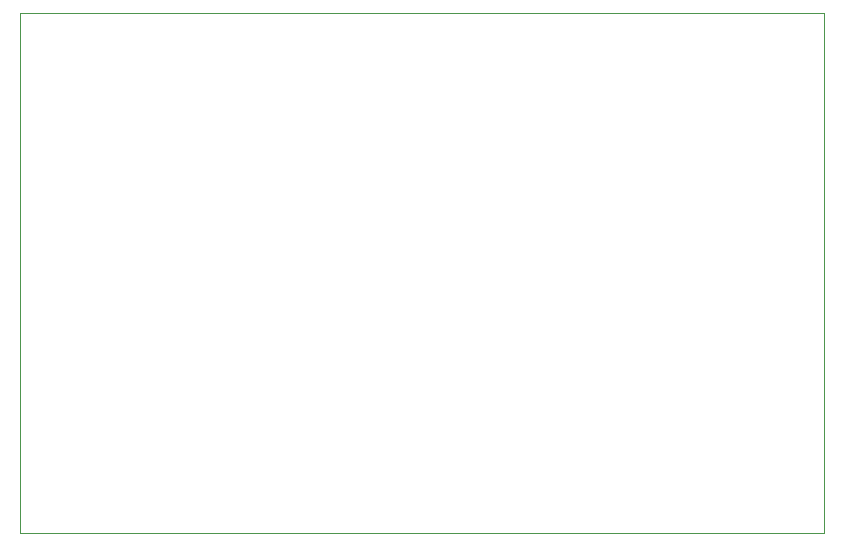
<source format=gbp>
%TF.GenerationSoftware,KiCad,Pcbnew,9.0.1*%
%TF.CreationDate,2025-07-09T23:19:27+08:00*%
%TF.ProjectId,IMU,494d552e-6b69-4636-9164-5f7063625858,rev?*%
%TF.SameCoordinates,Original*%
%TF.FileFunction,Paste,Bot*%
%TF.FilePolarity,Positive*%
%FSLAX45Y45*%
G04 Gerber Fmt 4.5, Leading zero omitted, Abs format (unit mm)*
G04 Created by KiCad (PCBNEW 9.0.1) date 2025-07-09 23:19:27*
%MOMM*%
%LPD*%
G01*
G04 APERTURE LIST*
%TA.AperFunction,Profile*%
%ADD10C,0.050000*%
%TD*%
G04 APERTURE END LIST*
D10*
X11700000Y-11200000D02*
X18500000Y-11200000D01*
X18500000Y-15600000D01*
X11700000Y-15600000D01*
X11700000Y-11200000D01*
M02*

</source>
